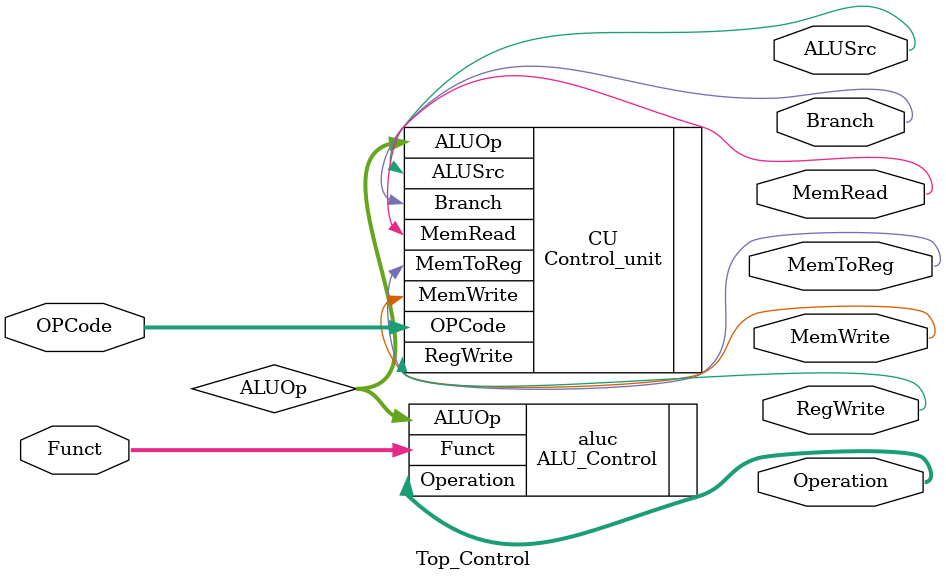
<source format=v>
module Top_Control (
	input [6:0] OPCode,
	input [3:0] Funct,
	output [3:0] Operation, //Output from ALU_control
	output Branch, //Output from Control_Unit
	output MemRead, //Output from Control_Unit
	output MemWrite, //Output from Control_Unit
	output MemToReg, //Output from Control_Unit
	output ALUSrc, //Output from Control_Unit
	output RegWrite //Output from Control_Unit
);

	wire [1:0] ALUOp;

	Control_unit CU
	(
		.OPCode(OPCode),
		.ALUOp(ALUOp),
	 	.Branch(Branch),
	 	.MemRead(MemRead),
	 	.MemWrite(MemWrite),
	 	.MemToReg(MemToReg),
	 	.ALUSrc(ALUSrc),
	 	.RegWrite(RegWrite)
	);

	ALU_Control aluc
	(
		.ALUOp(ALUOp),
		.Funct(Funct),
	 	.Operation(Operation)
	);

endmodule
</source>
